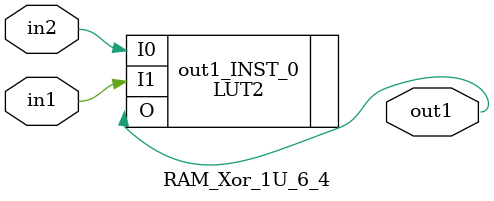
<source format=v>
`timescale 1 ps / 1 ps

(* STRUCTURAL_NETLIST = "yes" *)
module RAM_Xor_1U_6_4
   (in2,
    in1,
    out1);
  input in2;
  input in1;
  output out1;

  wire in1;
  wire in2;
  wire out1;

LUT2 #(
    .INIT(4'h6)) 
     out1_INST_0
       (.I0(in2),
        .I1(in1),
        .O(out1));
endmodule


</source>
